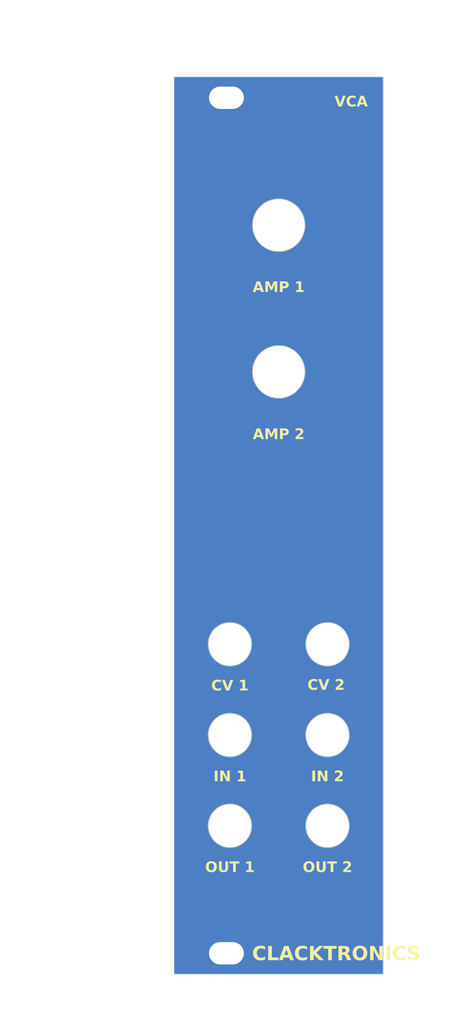
<source format=kicad_pcb>
(kicad_pcb (version 20240108) (generator "pcbnew") (generator_version "8.0")
  (layers (0 "F.Cu" signal) (31 "B.Cu" signal) (34 "B.Paste" user) (35 "F.Paste" user) (36 "B.SilkS" user "B.Silkscreen") (37 "F.SilkS" user "F.Silkscreen") (38 "B.Mask" user) (39 "F.Mask" user) (44 "Edge.Cuts" user))
  (net 0 "")
  (net 1 "GND")
  (footprint "BYOM_General:plated_rack_hole" (layer "F.Cu") (at 123.5 151.5)
    (property "Reference" "H2" (hide yes))
    (property "Value" "MountingHole_Pad")
    (pad "1" thru_hole oval (at 0 0) (size 6 4.2) (drill oval 5 3.2) (layers "*.Cu" "*.Mask") (net 1 "GND"))
  )
  (footprint "BYOM_General:plated_rack_hole" (layer "F.Cu") (at 123.5 29)
    (property "Reference" "H1" (hide yes))
    (property "Value" "MountingHole_Pad")
    (pad "1" thru_hole oval (at 0 0) (size 6 4.2) (drill oval 5 3.2) (layers "*.Cu" "*.Mask") (net 1 "GND"))
  )
  (gr_circle (center 138 120.25) (end 141.1 120.25) (stroke (width 0.1)) (fill none) (layer "Edge.Cuts"))
  (gr_circle (center 124 120.25) (end 127.1 120.25) (stroke (width 0.1)) (fill none) (layer "Edge.Cuts"))
  (gr_circle (center 138 133.25) (end 141.1 133.25) (stroke (width 0.1)) (fill none) (layer "Edge.Cuts"))
  (gr_line (start 116 26) (end 146 26) (stroke (width 0.05)) (layer "Edge.Cuts"))
  (gr_line (start 146 154.5) (end 116 154.5) (stroke (width 0.05)) (layer "Edge.Cuts"))
  (gr_line (start 116 154.5) (end 116 26) (stroke (width 0.05)) (layer "Edge.Cuts"))
  (gr_line (start 146 26) (end 146 154.5) (stroke (width 0.05)) (layer "Edge.Cuts"))
  (gr_circle (center 138 107.25) (end 141.1 107.25) (stroke (width 0.1)) (fill none) (layer "Edge.Cuts"))
  (gr_circle (center 131 68.25) (end 134.75 68.25) (stroke (width 0.1)) (fill none) (layer "Edge.Cuts"))
  (gr_circle (center 131 47.25) (end 134.75 47.25) (stroke (width 0.1)) (fill none) (layer "Edge.Cuts"))
  (gr_circle (center 124 107.25) (end 127.1 107.25) (stroke (width 0.1)) (fill none) (layer "Edge.Cuts"))
  (gr_circle (center 124 133.25) (end 127.1 133.25) (stroke (width 0.1)) (fill none) (layer "Edge.Cuts"))
  (gr_text "OUT 2" (at 138 139.25 0) (layer "F.SilkS") (effects (font (size 1.5 1.5) (thickness 0.15) (bold yes))))
  (gr_text "OUT 1" (at 124 139.25 0) (layer "F.SilkS") (effects (font (size 1.5 1.5) (thickness 0.15) (bold yes))))
  (gr_text "CV 1" (at 124 113.25 0) (layer "F.SilkS") (effects (font (size 1.5 1.5) (thickness 0.15) (bold yes))))
  (gr_text "IN 2" (at 138 126.25 0) (layer "F.SilkS") (effects (font (size 1.5 1.5) (thickness 0.15) (bold yes))))
  (gr_text "AMP 1" (at 130.99 56.19 0) (layer "F.SilkS") (effects (font (size 1.5 1.5) (thickness 0.15) (bold yes))))
  (gr_text "CLACKTRONICS" (at 127.18 152.83 0) (layer "F.SilkS") (effects (font (size 2 2) (thickness 0.2) (bold yes)) (justify left bottom)))
  (gr_text "AMP 2" (at 131 77.25 0) (layer "F.SilkS") (effects (font (size 1.5 1.5) (thickness 0.15) (bold yes))))
  (gr_text "VCA" (at 139 30.5 0) (layer "F.SilkS") (effects (font (size 1.5 1.5) (thickness 0.15) (bold yes)) (justify left bottom)))
  (gr_text "CV 2" (at 137.8 113.15 0) (layer "F.SilkS") (effects (font (size 1.5 1.5) (thickness 0.15) (bold yes))))
  (gr_text "IN 1" (at 124 126.25 0) (layer "F.SilkS") (effects (font (size 1.5 1.5) (thickness 0.15) (bold yes))))
  (zone (net 0) (net_name "") (layer "B.Cu") (connect_pads (clearance 0.508)) (min_thickness 0.25) (fill yes (thermal_gap 0.5) (thermal_bridge_width 0.5) (island_removal_mode 1) (island_area_min 10))
    (polygon (pts (xy 115 25.25) (xy 115.5 154.75) (xy 146.5 154.75) (xy 146.5 25.25)))
  )
)
</source>
